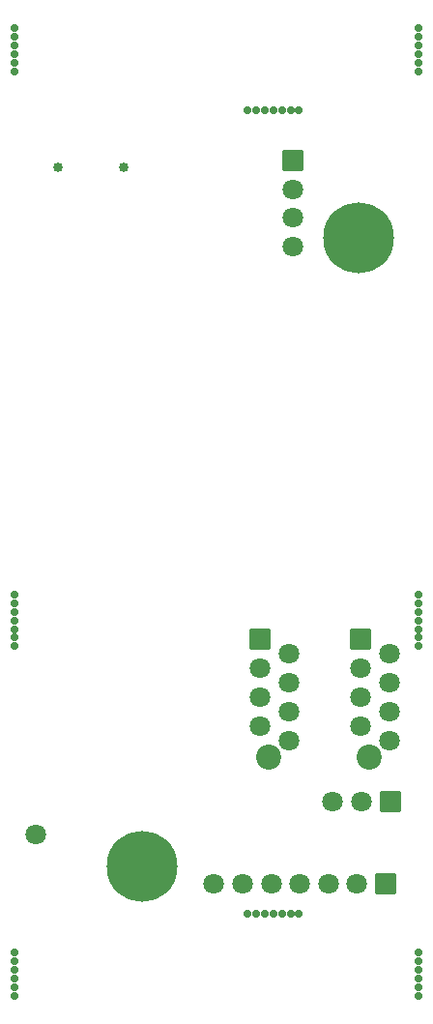
<source format=gbr>
G04 #@! TF.GenerationSoftware,KiCad,Pcbnew,(5.99.0-10229-ge8e7d13299)*
G04 #@! TF.CreationDate,2021-06-16T15:48:42+02:00*
G04 #@! TF.ProjectId,openair2-panelized,6f70656e-6169-4723-922d-70616e656c69,rev?*
G04 #@! TF.SameCoordinates,PX3473bc0PY1312d00*
G04 #@! TF.FileFunction,Soldermask,Bot*
G04 #@! TF.FilePolarity,Negative*
%FSLAX46Y46*%
G04 Gerber Fmt 4.6, Leading zero omitted, Abs format (unit mm)*
G04 Created by KiCad (PCBNEW (5.99.0-10229-ge8e7d13299)) date 2021-06-16 15:48:42*
%MOMM*%
%LPD*%
G01*
G04 APERTURE LIST*
G04 Aperture macros list*
%AMRoundRect*
0 Rectangle with rounded corners*
0 $1 Rounding radius*
0 $2 $3 $4 $5 $6 $7 $8 $9 X,Y pos of 4 corners*
0 Add a 4 corners polygon primitive as box body*
4,1,4,$2,$3,$4,$5,$6,$7,$8,$9,$2,$3,0*
0 Add four circle primitives for the rounded corners*
1,1,$1+$1,$2,$3*
1,1,$1+$1,$4,$5*
1,1,$1+$1,$6,$7*
1,1,$1+$1,$8,$9*
0 Add four rect primitives between the rounded corners*
20,1,$1+$1,$2,$3,$4,$5,0*
20,1,$1+$1,$4,$5,$6,$7,0*
20,1,$1+$1,$6,$7,$8,$9,0*
20,1,$1+$1,$8,$9,$2,$3,0*%
G04 Aperture macros list end*
%ADD10C,0.700000*%
%ADD11RoundRect,0.100000X0.800000X0.800000X-0.800000X0.800000X-0.800000X-0.800000X0.800000X-0.800000X0*%
%ADD12C,1.800000*%
%ADD13C,6.200000*%
%ADD14C,0.850000*%
%ADD15C,2.200000*%
%ADD16RoundRect,0.100000X-0.800000X0.800000X-0.800000X-0.800000X0.800000X-0.800000X0.800000X0.800000X0*%
G04 APERTURE END LIST*
D10*
X38200000Y-84750000D03*
X38200000Y-84000000D03*
X38200000Y-83250000D03*
X38200000Y-82500000D03*
X38200000Y-81750000D03*
X38200000Y-81000000D03*
X38200000Y-80250000D03*
X27750000Y-108200000D03*
X27000000Y-108200000D03*
X26250000Y-108200000D03*
X25500000Y-108200000D03*
X24750000Y-108200000D03*
X24000000Y-108200000D03*
X23250000Y-108200000D03*
X38200000Y-115350000D03*
X38200000Y-114600000D03*
X38200000Y-113850000D03*
X38200000Y-113100000D03*
X38200000Y-111600000D03*
X38200000Y-112350000D03*
X2800000Y-115350000D03*
X2800000Y-114600000D03*
X2800000Y-113850000D03*
X2800000Y-113100000D03*
X2800000Y-112350000D03*
X2800000Y-111600000D03*
X2800000Y-84750000D03*
X2800000Y-84000000D03*
X2800000Y-83250000D03*
X2800000Y-82500000D03*
X2800000Y-81750000D03*
X2800000Y-81000000D03*
X2800000Y-80250000D03*
X27750000Y-37800000D03*
X27000000Y-37800000D03*
X26250000Y-37800000D03*
X25500000Y-37800000D03*
X24750000Y-37800000D03*
X24000000Y-37800000D03*
X23250000Y-37800000D03*
X38200000Y-30650000D03*
X38200000Y-31400000D03*
X38200000Y-32150000D03*
X38200000Y-32900000D03*
X38200000Y-33650000D03*
X38200000Y-34400000D03*
X2800000Y-34400000D03*
X2800000Y-33650000D03*
X2800000Y-32900000D03*
X2800000Y-32150000D03*
X2800000Y-30650000D03*
X2800000Y-31400000D03*
D11*
X35740000Y-98400000D03*
D12*
X33200000Y-98400000D03*
X30660000Y-98400000D03*
X4700000Y-101200000D03*
D13*
X14000000Y-104000000D03*
D11*
X35300000Y-105600000D03*
D12*
X32800000Y-105600000D03*
X30300000Y-105600000D03*
X27800000Y-105600000D03*
X25300000Y-105600000D03*
X22800000Y-105600000D03*
X20300000Y-105600000D03*
D14*
X12390000Y-42800000D03*
X6610000Y-42800000D03*
D15*
X25070000Y-94445000D03*
D16*
X24330000Y-84155000D03*
D12*
X26870000Y-85425000D03*
X24330000Y-86695000D03*
X26870000Y-87965000D03*
X24330000Y-89235000D03*
X26870000Y-90505000D03*
X24330000Y-91775000D03*
X26870000Y-93045000D03*
D16*
X27200000Y-42250000D03*
D12*
X27200000Y-44750000D03*
X27200000Y-47250000D03*
X27200000Y-49750000D03*
D15*
X33870000Y-94445000D03*
D16*
X33130000Y-84155000D03*
D12*
X35670000Y-85425000D03*
X33130000Y-86695000D03*
X35670000Y-87965000D03*
X33130000Y-89235000D03*
X35670000Y-90505000D03*
X33130000Y-91775000D03*
X35670000Y-93045000D03*
D13*
X33000000Y-49000000D03*
M02*

</source>
